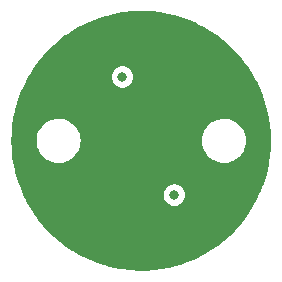
<source format=gbr>
%TF.GenerationSoftware,KiCad,Pcbnew,(6.0.7)*%
%TF.CreationDate,2022-09-30T14:58:50+13:00*%
%TF.ProjectId,encoder,656e636f-6465-4722-9e6b-696361645f70,rev?*%
%TF.SameCoordinates,Original*%
%TF.FileFunction,Copper,L2,Bot*%
%TF.FilePolarity,Positive*%
%FSLAX46Y46*%
G04 Gerber Fmt 4.6, Leading zero omitted, Abs format (unit mm)*
G04 Created by KiCad (PCBNEW (6.0.7)) date 2022-09-30 14:58:50*
%MOMM*%
%LPD*%
G01*
G04 APERTURE LIST*
%TA.AperFunction,ViaPad*%
%ADD10C,0.800000*%
%TD*%
G04 APERTURE END LIST*
D10*
%TO.N,GND*%
X2800000Y-4600000D03*
X-1600000Y5400000D03*
%TO.N,+3.3V*%
X-1600000Y-5200000D03*
X1600000Y5400000D03*
%TD*%
%TA.AperFunction,Conductor*%
%TO.N,+3.3V*%
G36*
X310639Y10986999D02*
G01*
X738406Y10962334D01*
X954238Y10949889D01*
X961669Y10949240D01*
X1601984Y10874020D01*
X1609356Y10872931D01*
X2031412Y10797751D01*
X2244023Y10759879D01*
X2251341Y10758351D01*
X2878227Y10607849D01*
X2885428Y10605893D01*
X3502290Y10418475D01*
X3509330Y10416105D01*
X4113984Y10192437D01*
X4120908Y10189639D01*
X4711216Y9930512D01*
X4717970Y9927306D01*
X5291874Y9633625D01*
X5298425Y9630023D01*
X5853879Y9302835D01*
X5860205Y9298852D01*
X6395299Y8939284D01*
X6401378Y8934932D01*
X6914211Y8544258D01*
X6920020Y8539553D01*
X7408756Y8119174D01*
X7414277Y8114133D01*
X7877241Y7665489D01*
X7882453Y7660129D01*
X8317982Y7184833D01*
X8322867Y7179174D01*
X8729447Y6678877D01*
X8733988Y6672938D01*
X8852683Y6507757D01*
X9083000Y6187237D01*
X9110189Y6149399D01*
X9114365Y6143207D01*
X9353287Y5765271D01*
X9458841Y5598301D01*
X9462643Y5591874D01*
X9669786Y5216635D01*
X9774217Y5027458D01*
X9777634Y5020808D01*
X10029447Y4492872D01*
X10055168Y4438946D01*
X10058185Y4432106D01*
X10300733Y3834782D01*
X10303338Y3827775D01*
X10510023Y3217151D01*
X10512209Y3210002D01*
X10580785Y2959331D01*
X10682326Y2588157D01*
X10684076Y2580927D01*
X10817015Y1950088D01*
X10818336Y1942746D01*
X10908548Y1339121D01*
X10913628Y1305133D01*
X10914512Y1297722D01*
X10971820Y655601D01*
X10972263Y648150D01*
X10990381Y37708D01*
X10991396Y3513D01*
X10991408Y-3514D01*
X10983246Y-315209D01*
X10976529Y-571741D01*
X10976148Y-578764D01*
X10966683Y-693895D01*
X10923307Y-1221477D01*
X10922474Y-1228906D01*
X10832894Y-1858335D01*
X10831639Y-1867150D01*
X10830369Y-1874503D01*
X10807314Y-1987824D01*
X10701836Y-2506266D01*
X10700128Y-2513545D01*
X10534367Y-3136520D01*
X10532232Y-3143684D01*
X10351059Y-3691500D01*
X10329805Y-3755765D01*
X10327251Y-3762782D01*
X10141942Y-4228444D01*
X10088883Y-4361776D01*
X10085914Y-4368637D01*
X9812442Y-4952436D01*
X9809071Y-4959109D01*
X9501456Y-5525665D01*
X9497705Y-5532111D01*
X9157009Y-6079461D01*
X9152903Y-6085641D01*
X8780358Y-6611805D01*
X8775877Y-6617752D01*
X8531893Y-6922294D01*
X8372787Y-7120890D01*
X8367942Y-7126583D01*
X7935740Y-7604912D01*
X7930565Y-7610308D01*
X7470736Y-8062180D01*
X7465251Y-8067259D01*
X6979455Y-8491045D01*
X6973678Y-8495790D01*
X6463599Y-8890024D01*
X6457551Y-8894418D01*
X5924991Y-9257707D01*
X5918699Y-9261731D01*
X5365496Y-9592816D01*
X5359008Y-9596442D01*
X4863997Y-9854128D01*
X4787168Y-9894123D01*
X4780438Y-9897377D01*
X4191950Y-10160620D01*
X4185038Y-10163469D01*
X3581980Y-10391345D01*
X3574911Y-10393779D01*
X2959398Y-10585490D01*
X2952198Y-10587500D01*
X2326410Y-10742368D01*
X2319105Y-10743948D01*
X1685212Y-10861432D01*
X1677851Y-10862572D01*
X1038090Y-10942258D01*
X1030654Y-10942961D01*
X387317Y-10984563D01*
X379874Y-10984823D01*
X29520Y-10986658D01*
X-264795Y-10988199D01*
X-272269Y-10988017D01*
X-781760Y-10960424D01*
X-916020Y-10953153D01*
X-923465Y-10952527D01*
X-1563996Y-10879548D01*
X-1571377Y-10878484D01*
X-1794613Y-10839523D01*
X-2206461Y-10767644D01*
X-2213784Y-10766141D01*
X-2720680Y-10646317D01*
X-2841181Y-10617832D01*
X-2848378Y-10615904D01*
X-3465885Y-10430642D01*
X-3472970Y-10428285D01*
X-4078375Y-10206738D01*
X-4085316Y-10203962D01*
X-4676532Y-9946894D01*
X-4683297Y-9943710D01*
X-5258204Y-9652043D01*
X-5264767Y-9648465D01*
X-5821375Y-9323210D01*
X-5827716Y-9319248D01*
X-6364057Y-8961552D01*
X-6370150Y-8957222D01*
X-6884341Y-8568343D01*
X-6890167Y-8563658D01*
X-6969630Y-8495790D01*
X-7380380Y-8144977D01*
X-7385897Y-8139975D01*
X-7820170Y-7722064D01*
X-7850434Y-7692940D01*
X-7855664Y-7687599D01*
X-8292850Y-7213826D01*
X-8297755Y-7208184D01*
X-8307474Y-7196309D01*
X-8642348Y-6787174D01*
X-8706086Y-6709301D01*
X-8710647Y-6703378D01*
X-8937079Y-6390574D01*
X-9088668Y-6181161D01*
X-9092865Y-6174986D01*
X-9439257Y-5631260D01*
X-9443079Y-5624848D01*
X-9517410Y-5491300D01*
X-9756599Y-5061563D01*
X-9760040Y-5054926D01*
X-9978981Y-4600000D01*
X1886496Y-4600000D01*
X1906458Y-4789928D01*
X1965473Y-4971556D01*
X2060960Y-5136944D01*
X2188747Y-5278866D01*
X2343248Y-5391118D01*
X2349276Y-5393802D01*
X2349278Y-5393803D01*
X2511681Y-5466109D01*
X2517712Y-5468794D01*
X2611113Y-5488647D01*
X2698056Y-5507128D01*
X2698061Y-5507128D01*
X2704513Y-5508500D01*
X2895487Y-5508500D01*
X2901939Y-5507128D01*
X2901944Y-5507128D01*
X2988887Y-5488647D01*
X3082288Y-5468794D01*
X3088319Y-5466109D01*
X3250722Y-5393803D01*
X3250724Y-5393802D01*
X3256752Y-5391118D01*
X3411253Y-5278866D01*
X3539040Y-5136944D01*
X3634527Y-4971556D01*
X3693542Y-4789928D01*
X3713504Y-4600000D01*
X3699909Y-4470646D01*
X3694232Y-4416635D01*
X3694232Y-4416633D01*
X3693542Y-4410072D01*
X3634527Y-4228444D01*
X3539040Y-4063056D01*
X3411253Y-3921134D01*
X3256752Y-3808882D01*
X3250724Y-3806198D01*
X3250722Y-3806197D01*
X3088319Y-3733891D01*
X3088318Y-3733891D01*
X3082288Y-3731206D01*
X2988887Y-3711353D01*
X2901944Y-3692872D01*
X2901939Y-3692872D01*
X2895487Y-3691500D01*
X2704513Y-3691500D01*
X2698061Y-3692872D01*
X2698056Y-3692872D01*
X2611113Y-3711353D01*
X2517712Y-3731206D01*
X2511682Y-3733891D01*
X2511681Y-3733891D01*
X2349278Y-3806197D01*
X2349276Y-3806198D01*
X2343248Y-3808882D01*
X2188747Y-3921134D01*
X2060960Y-4063056D01*
X1965473Y-4228444D01*
X1906458Y-4410072D01*
X1905768Y-4416633D01*
X1905768Y-4416635D01*
X1900091Y-4470646D01*
X1886496Y-4600000D01*
X-9978981Y-4600000D01*
X-10039619Y-4474003D01*
X-10042659Y-4467173D01*
X-10287273Y-3870741D01*
X-10289904Y-3863744D01*
X-10498735Y-3253801D01*
X-10500945Y-3246659D01*
X-10673219Y-2625456D01*
X-10675003Y-2618196D01*
X-10810144Y-1987824D01*
X-10811493Y-1980471D01*
X-10828266Y-1870858D01*
X-10909008Y-1343208D01*
X-10909917Y-1335802D01*
X-10916091Y-1269240D01*
X-10969466Y-693885D01*
X-10969935Y-686433D01*
X-10973506Y-578767D01*
X-10991303Y-42277D01*
X-8862991Y-42277D01*
X-8837375Y-310769D01*
X-8836290Y-315203D01*
X-8836289Y-315209D01*
X-8790320Y-503069D01*
X-8773269Y-572750D01*
X-8672015Y-822733D01*
X-8535735Y-1055482D01*
X-8532882Y-1059049D01*
X-8415314Y-1206060D01*
X-8367284Y-1266119D01*
X-8170191Y-1450234D01*
X-7948584Y-1603968D01*
X-7944501Y-1605999D01*
X-7944498Y-1606001D01*
X-7828987Y-1663466D01*
X-7707106Y-1724101D01*
X-7702772Y-1725522D01*
X-7702769Y-1725523D01*
X-7455147Y-1806698D01*
X-7455141Y-1806699D01*
X-7450814Y-1808118D01*
X-7446323Y-1808898D01*
X-7446322Y-1808898D01*
X-7188860Y-1853601D01*
X-7188852Y-1853602D01*
X-7185079Y-1854257D01*
X-7181242Y-1854448D01*
X-7101422Y-1858422D01*
X-7101414Y-1858422D01*
X-7099851Y-1858500D01*
X-6931488Y-1858500D01*
X-6929220Y-1858335D01*
X-6929208Y-1858335D01*
X-6798116Y-1848823D01*
X-6730996Y-1843953D01*
X-6726541Y-1842969D01*
X-6726538Y-1842969D01*
X-6472088Y-1786791D01*
X-6472084Y-1786790D01*
X-6467628Y-1785806D01*
X-6341520Y-1738028D01*
X-6219682Y-1691868D01*
X-6219679Y-1691867D01*
X-6215412Y-1690250D01*
X-5979632Y-1559286D01*
X-5765227Y-1395657D01*
X-5706714Y-1335802D01*
X-5579883Y-1206060D01*
X-5576688Y-1202792D01*
X-5417966Y-984730D01*
X-5334810Y-826676D01*
X-5294510Y-750079D01*
X-5294507Y-750073D01*
X-5292385Y-746039D01*
X-5272652Y-690162D01*
X-5204098Y-496033D01*
X-5204098Y-496032D01*
X-5202575Y-491720D01*
X-5150419Y-227100D01*
X-5141218Y-42277D01*
X5137009Y-42277D01*
X5162625Y-310769D01*
X5163710Y-315203D01*
X5163711Y-315209D01*
X5209680Y-503069D01*
X5226731Y-572750D01*
X5327985Y-822733D01*
X5464265Y-1055482D01*
X5467118Y-1059049D01*
X5584686Y-1206060D01*
X5632716Y-1266119D01*
X5829809Y-1450234D01*
X6051416Y-1603968D01*
X6055499Y-1605999D01*
X6055502Y-1606001D01*
X6171013Y-1663466D01*
X6292894Y-1724101D01*
X6297228Y-1725522D01*
X6297231Y-1725523D01*
X6544853Y-1806698D01*
X6544859Y-1806699D01*
X6549186Y-1808118D01*
X6553677Y-1808898D01*
X6553678Y-1808898D01*
X6811140Y-1853601D01*
X6811148Y-1853602D01*
X6814921Y-1854257D01*
X6818758Y-1854448D01*
X6898578Y-1858422D01*
X6898586Y-1858422D01*
X6900149Y-1858500D01*
X7068512Y-1858500D01*
X7070780Y-1858335D01*
X7070792Y-1858335D01*
X7201884Y-1848823D01*
X7269004Y-1843953D01*
X7273459Y-1842969D01*
X7273462Y-1842969D01*
X7527912Y-1786791D01*
X7527916Y-1786790D01*
X7532372Y-1785806D01*
X7658480Y-1738028D01*
X7780318Y-1691868D01*
X7780321Y-1691867D01*
X7784588Y-1690250D01*
X8020368Y-1559286D01*
X8234773Y-1395657D01*
X8293286Y-1335802D01*
X8420117Y-1206060D01*
X8423312Y-1202792D01*
X8582034Y-984730D01*
X8665190Y-826676D01*
X8705490Y-750079D01*
X8705493Y-750073D01*
X8707615Y-746039D01*
X8727348Y-690162D01*
X8795902Y-496033D01*
X8795902Y-496032D01*
X8797425Y-491720D01*
X8849581Y-227100D01*
X8858782Y-42277D01*
X8862764Y37708D01*
X8862764Y37714D01*
X8862991Y42277D01*
X8837375Y310769D01*
X8792042Y496033D01*
X8774355Y568312D01*
X8773269Y572750D01*
X8672015Y822733D01*
X8535735Y1055482D01*
X8417928Y1202792D01*
X8370136Y1262553D01*
X8370135Y1262555D01*
X8367284Y1266119D01*
X8170191Y1450234D01*
X7948584Y1603968D01*
X7944501Y1605999D01*
X7944498Y1606001D01*
X7779606Y1688033D01*
X7707106Y1724101D01*
X7702772Y1725522D01*
X7702769Y1725523D01*
X7455147Y1806698D01*
X7455141Y1806699D01*
X7450814Y1808118D01*
X7446322Y1808898D01*
X7188860Y1853601D01*
X7188852Y1853602D01*
X7185079Y1854257D01*
X7173817Y1854818D01*
X7101422Y1858422D01*
X7101414Y1858422D01*
X7099851Y1858500D01*
X6931488Y1858500D01*
X6929220Y1858335D01*
X6929208Y1858335D01*
X6798116Y1848823D01*
X6730996Y1843953D01*
X6726541Y1842969D01*
X6726538Y1842969D01*
X6472088Y1786791D01*
X6472084Y1786790D01*
X6467628Y1785806D01*
X6341520Y1738028D01*
X6219682Y1691868D01*
X6219679Y1691867D01*
X6215412Y1690250D01*
X5979632Y1559286D01*
X5765227Y1395657D01*
X5576688Y1202792D01*
X5417966Y984730D01*
X5415844Y980696D01*
X5294510Y750079D01*
X5294507Y750073D01*
X5292385Y746039D01*
X5290865Y741734D01*
X5290863Y741730D01*
X5204098Y496033D01*
X5202575Y491720D01*
X5150419Y227100D01*
X5150192Y222547D01*
X5150192Y222544D01*
X5137390Y-34627D01*
X5137009Y-42277D01*
X-5141218Y-42277D01*
X-5137236Y37708D01*
X-5137236Y37714D01*
X-5137009Y42277D01*
X-5162625Y310769D01*
X-5207958Y496033D01*
X-5225645Y568312D01*
X-5226731Y572750D01*
X-5327985Y822733D01*
X-5464265Y1055482D01*
X-5582072Y1202792D01*
X-5629864Y1262553D01*
X-5629865Y1262555D01*
X-5632716Y1266119D01*
X-5829809Y1450234D01*
X-6051416Y1603968D01*
X-6055499Y1605999D01*
X-6055502Y1606001D01*
X-6220394Y1688033D01*
X-6292894Y1724101D01*
X-6297228Y1725522D01*
X-6297231Y1725523D01*
X-6544853Y1806698D01*
X-6544859Y1806699D01*
X-6549186Y1808118D01*
X-6553678Y1808898D01*
X-6811140Y1853601D01*
X-6811148Y1853602D01*
X-6814921Y1854257D01*
X-6826183Y1854818D01*
X-6898578Y1858422D01*
X-6898586Y1858422D01*
X-6900149Y1858500D01*
X-7068512Y1858500D01*
X-7070780Y1858335D01*
X-7070792Y1858335D01*
X-7201884Y1848823D01*
X-7269004Y1843953D01*
X-7273459Y1842969D01*
X-7273462Y1842969D01*
X-7527912Y1786791D01*
X-7527916Y1786790D01*
X-7532372Y1785806D01*
X-7658480Y1738028D01*
X-7780318Y1691868D01*
X-7780321Y1691867D01*
X-7784588Y1690250D01*
X-8020368Y1559286D01*
X-8234773Y1395657D01*
X-8423312Y1202792D01*
X-8582034Y984730D01*
X-8584156Y980696D01*
X-8705490Y750079D01*
X-8705493Y750073D01*
X-8707615Y746039D01*
X-8709135Y741734D01*
X-8709137Y741730D01*
X-8795902Y496033D01*
X-8797425Y491720D01*
X-8849581Y227100D01*
X-8849808Y222547D01*
X-8849808Y222544D01*
X-8862610Y-34627D01*
X-8862991Y-42277D01*
X-10991303Y-42277D01*
X-10991309Y-42102D01*
X-10991335Y-34627D01*
X-10974460Y609817D01*
X-10974043Y617282D01*
X-10918975Y1259619D01*
X-10918115Y1267045D01*
X-10825054Y1904952D01*
X-10823756Y1912314D01*
X-10693027Y2543584D01*
X-10691295Y2550857D01*
X-10681225Y2588175D01*
X-10523349Y3173290D01*
X-10521188Y3180446D01*
X-10423551Y3472254D01*
X-10316624Y3791824D01*
X-10314058Y3798797D01*
X-10073589Y4396984D01*
X-10070604Y4403815D01*
X-10055594Y4435568D01*
X-9795092Y4986665D01*
X-9791702Y4993318D01*
X-9776651Y5020808D01*
X-9569049Y5400000D01*
X-2513504Y5400000D01*
X-2493542Y5210072D01*
X-2434527Y5028444D01*
X-2431224Y5022722D01*
X-2431223Y5022721D01*
X-2414247Y4993318D01*
X-2339040Y4863056D01*
X-2211253Y4721134D01*
X-2056752Y4608882D01*
X-2050724Y4606198D01*
X-2050722Y4606197D01*
X-1888319Y4533891D01*
X-1882288Y4531206D01*
X-1788888Y4511353D01*
X-1701944Y4492872D01*
X-1701939Y4492872D01*
X-1695487Y4491500D01*
X-1504513Y4491500D01*
X-1498061Y4492872D01*
X-1498056Y4492872D01*
X-1411112Y4511353D01*
X-1317712Y4531206D01*
X-1311681Y4533891D01*
X-1149278Y4606197D01*
X-1149276Y4606198D01*
X-1143248Y4608882D01*
X-988747Y4721134D01*
X-860960Y4863056D01*
X-785753Y4993318D01*
X-768777Y5022721D01*
X-768776Y5022722D01*
X-765473Y5028444D01*
X-706458Y5210072D01*
X-686496Y5400000D01*
X-706458Y5589928D01*
X-765473Y5771556D01*
X-860960Y5936944D01*
X-988747Y6078866D01*
X-1143248Y6191118D01*
X-1149276Y6193802D01*
X-1149278Y6193803D01*
X-1311681Y6266109D01*
X-1311682Y6266109D01*
X-1317712Y6268794D01*
X-1411112Y6288647D01*
X-1498056Y6307128D01*
X-1498061Y6307128D01*
X-1504513Y6308500D01*
X-1695487Y6308500D01*
X-1701939Y6307128D01*
X-1701944Y6307128D01*
X-1788888Y6288647D01*
X-1882288Y6268794D01*
X-1888318Y6266109D01*
X-1888319Y6266109D01*
X-2050722Y6193803D01*
X-2050724Y6193802D01*
X-2056752Y6191118D01*
X-2211253Y6078866D01*
X-2339040Y5936944D01*
X-2434527Y5771556D01*
X-2493542Y5589928D01*
X-2513504Y5400000D01*
X-9569049Y5400000D01*
X-9482111Y5558796D01*
X-9478332Y5565238D01*
X-9461627Y5591867D01*
X-9159214Y6073955D01*
X-9135762Y6111340D01*
X-9131604Y6117552D01*
X-8757225Y6642413D01*
X-8752705Y6648368D01*
X-8347878Y7150076D01*
X-8343012Y7155753D01*
X-7945311Y7592820D01*
X-7909124Y7632588D01*
X-7903955Y7637941D01*
X-7442561Y8088197D01*
X-7437062Y8093254D01*
X-7428507Y8100664D01*
X-6949770Y8515359D01*
X-6943977Y8520083D01*
X-6432535Y8912527D01*
X-6426471Y8916901D01*
X-6246041Y9039061D01*
X-5892624Y9278342D01*
X-5886323Y9282340D01*
X-5332004Y9611471D01*
X-5325466Y9615096D01*
X-4752591Y9910778D01*
X-4745849Y9914008D01*
X-4451154Y10044599D01*
X-4156447Y10175196D01*
X-4149549Y10178011D01*
X-3545665Y10403793D01*
X-3538623Y10406190D01*
X-3014055Y10567569D01*
X-2922428Y10595757D01*
X-2915221Y10597742D01*
X-2671111Y10657249D01*
X-2288888Y10750425D01*
X-2281579Y10751978D01*
X-1647298Y10867247D01*
X-1639906Y10868365D01*
X-1291822Y10910488D01*
X-999902Y10945814D01*
X-992469Y10946490D01*
X-348970Y10985849D01*
X-341531Y10986082D01*
X-19766Y10986644D01*
X303166Y10987208D01*
X310639Y10986999D01*
G37*
%TD.AperFunction*%
%TD*%
M02*

</source>
